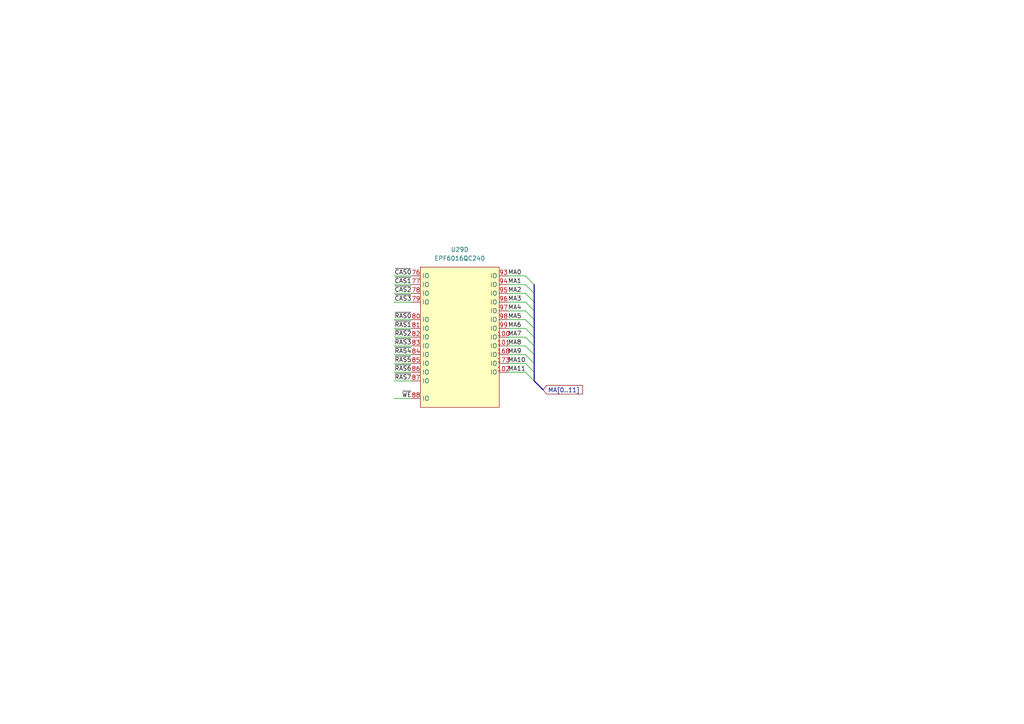
<source format=kicad_sch>
(kicad_sch (version 20231120) (generator "eeschema") (generator_version "8.0")
  (paper "A4")
  (lib_symbols
    (symbol "m68k-hbc-ic:EPF6016QC240"
      (property "Reference" "U" (at 0 60.96 0))
      (property "Value" "EPF6016QC240" (at 0 58.42 0))
      (symbol "EPF6016QC240_1_0"
        (pin power_in line (at 13.97 5.08 180) (length 2.54) (name "GND") (number "109"))
        (pin power_in line (at -13.97 -6.35 0) (length 2.54) (name "VCCIO") (number "110"))
        (pin power_in line (at -13.97 6.35 0) (length 2.54) (name "VCCIO") (number "12"))
        (pin power_in line (at 13.97 2.54 180) (length 2.54) (name "GND") (number "120"))
        (pin power_in line (at 13.97 0 180) (length 2.54) (name "GND") (number "129"))
        (pin power_in line (at -13.97 -8.89 0) (length 2.54) (name "VCCIO") (number "131"))
        (pin power_in line (at 13.97 -2.54 180) (length 2.54) (name "GND") (number "149"))
        (pin power_in line (at -13.97 -11.43 0) (length 2.54) (name "VCCIO") (number "151"))
        (pin power_in line (at 13.97 -5.08 180) (length 2.54) (name "GND") (number "169"))
        (pin power_in line (at -13.97 -13.97 0) (length 2.54) (name "VCCIO") (number "171"))
        (pin power_in line (at 13.97 -10.16 180) (length 2.54) (name "GND") (number "191"))
        (pin power_in line (at -13.97 -16.51 0) (length 2.54) (name "VCCIO") (number "192"))
        (pin power_in line (at 13.97 -15.24 180) (length 2.54) (name "GND") (number "229"))
        (pin power_in line (at -13.97 -21.59 0) (length 2.54) (name "VCCIO") (number "230"))
        (pin power_in line (at 13.97 17.78 180) (length 2.54) (name "GND") (number "29"))
        (pin power_in line (at -13.97 21.59 0) (length 2.54) (name "VCCINT") (number "30"))
        (pin power_in line (at -13.97 3.81 0) (length 2.54) (name "VCCIO") (number "31"))
        (pin power_in line (at 13.97 15.24 180) (length 2.54) (name "GND") (number "49"))
        (pin power_in line (at -13.97 19.05 0) (length 2.54) (name "VCCINT") (number "50"))
        (pin power_in line (at -13.97 1.27 0) (length 2.54) (name "VCCIO") (number "51"))
        (pin power_in line (at 13.97 12.7 180) (length 2.54) (name "GND") (number "61"))
        (pin power_in line (at 13.97 10.16 180) (length 2.54) (name "GND") (number "71"))
        (pin power_in line (at -13.97 -1.27 0) (length 2.54) (name "VCCIO") (number "72"))
      )
      (symbol "EPF6016QC240_1_1"
        (rectangle (start -11.43 26.67) (end 11.43 -24.13) (fill (type background)))
        (pin power_in line (at 13.97 20.32 180) (length 2.54) (name "GND") (number "10"))
        (pin power_in line (at -13.97 24.13 0) (length 2.54) (name "VCCINT") (number "11"))
        (pin power_in line (at -13.97 16.51 0) (length 2.54) (name "VCCINT") (number "130"))
        (pin power_in line (at -13.97 13.97 0) (length 2.54) (name "VCCINT") (number "150"))
        (pin power_in line (at -13.97 11.43 0) (length 2.54) (name "VCCINT") (number "170"))
        (pin power_in line (at 13.97 -7.62 180) (length 2.54) (name "GND") (number "181"))
        (pin power_in line (at 13.97 -12.7 180) (length 2.54) (name "GND") (number "210"))
        (pin power_in line (at -13.97 -19.05 0) (length 2.54) (name "VCCIO") (number "211"))
        (pin power_in line (at 13.97 -17.78 180) (length 2.54) (name "GND") (number "240"))
        (pin power_in line (at 13.97 7.62 180) (length 2.54) (name "GND") (number "90"))
        (pin power_in line (at -13.97 -3.81 0) (length 2.54) (name "VCCIO") (number "91"))
      )
      (symbol "EPF6016QC240_2_0"
        (pin output inverted (at 13.97 20.32 180) (length 2.54) (name "~{CEO}") (number "117"))
        (pin bidirectional line (at 13.97 -20.32 180) (length 2.54) (name "RDY/~{BUSY}") (number "161"))
        (pin input clock (at -13.97 15.24 0) (length 2.54) (name "CLKUSR") (number "166"))
        (pin bidirectional line (at -13.97 -20.32 0) (length 2.54) (name "CONF_DONE") (number "172"))
        (pin bidirectional inverted (at 13.97 0 180) (length 2.54) (name "~{CS}") (number "184"))
        (pin bidirectional inverted (at 13.97 -15.24 180) (length 2.54) (name "~{WS}") (number "195"))
        (pin bidirectional inverted (at 13.97 -17.78 180) (length 2.54) (name "~{RS}") (number "200"))
        (pin input line (at 13.97 12.7 180) (length 2.54) (name "TMS") (number "44"))
        (pin input line (at 13.97 10.16 180) (length 2.54) (name "TCK") (number "54"))
        (pin input inverted (at -13.97 20.32 0) (length 2.54) (name "~{CE}") (number "9"))
      )
      (symbol "EPF6016QC240_2_1"
        (rectangle (start -11.43 22.86) (end 11.43 -22.86) (fill (type background)))
        (pin output line (at 13.97 5.08 180) (length 2.54) (name "TDO") (number "124"))
        (pin bidirectional line (at -13.97 -17.78 0) (length 2.54) (name "INIT_DONE") (number "155"))
        (pin bidirectional line (at 13.97 -2.54 180) (length 2.54) (name "CS") (number "188"))
        (pin bidirectional line (at -13.97 7.62 0) (length 2.54) (name "DEV_OE") (number "205"))
        (pin input line (at 13.97 -12.7 180) (length 2.54) (name "DATA") (number "209"))
        (pin bidirectional clock (at 13.97 -10.16 180) (length 2.54) (name "DCLK") (number "212"))
        (pin bidirectional inverted (at -13.97 10.16 0) (length 2.54) (name "~{DEV_CLR}") (number "216"))
        (pin input line (at 13.97 7.62 180) (length 2.54) (name "TDI") (number "22"))
        (pin input line (at -13.97 2.54 0) (length 2.54) (name "MSEL") (number "52"))
        (pin bidirectional inverted (at 13.97 -5.08 180) (length 2.54) (name "~{CONFIG}") (number "89"))
        (pin bidirectional inverted (at 13.97 -7.62 180) (length 2.54) (name "~{STATUS}") (number "92"))
      )
      (symbol "EPF6016QC240_3_0"
        (pin bidirectional line (at -13.97 39.37 0) (length 2.54) (name "IO") (number "1"))
        (pin bidirectional line (at -13.97 19.05 0) (length 2.54) (name "IO") (number "13"))
        (pin bidirectional line (at -13.97 16.51 0) (length 2.54) (name "IO") (number "14"))
        (pin bidirectional line (at -13.97 13.97 0) (length 2.54) (name "IO") (number "15"))
        (pin bidirectional line (at -13.97 8.89 0) (length 2.54) (name "IO") (number "17"))
        (pin bidirectional line (at -13.97 6.35 0) (length 2.54) (name "IO") (number "18"))
        (pin bidirectional line (at -13.97 3.81 0) (length 2.54) (name "IO") (number "19"))
        (pin bidirectional line (at -13.97 -1.27 0) (length 2.54) (name "IO") (number "21"))
        (pin bidirectional line (at -13.97 -6.35 0) (length 2.54) (name "IO") (number "24"))
        (pin bidirectional line (at -13.97 -8.89 0) (length 2.54) (name "IO") (number "25"))
        (pin bidirectional line (at -13.97 -16.51 0) (length 2.54) (name "IO") (number "33"))
        (pin bidirectional line (at -13.97 -19.05 0) (length 2.54) (name "IO") (number "34"))
        (pin bidirectional line (at -13.97 -21.59 0) (length 2.54) (name "IO") (number "35"))
        (pin bidirectional line (at -13.97 -24.13 0) (length 2.54) (name "IO") (number "36"))
        (pin bidirectional line (at -13.97 -29.21 0) (length 2.54) (name "IO") (number "38"))
        (pin bidirectional line (at -13.97 -31.75 0) (length 2.54) (name "IO") (number "39"))
        (pin bidirectional line (at -13.97 -34.29 0) (length 2.54) (name "IO") (number "40"))
        (pin bidirectional line (at -13.97 -36.83 0) (length 2.54) (name "IO") (number "41"))
        (pin bidirectional line (at 13.97 19.05 180) (length 2.54) (name "IO") (number "43"))
        (pin bidirectional line (at 13.97 16.51 180) (length 2.54) (name "IO") (number "45"))
        (pin bidirectional line (at 13.97 13.97 180) (length 2.54) (name "IO") (number "46"))
        (pin bidirectional line (at 13.97 8.89 180) (length 2.54) (name "IO") (number "48"))
        (pin bidirectional line (at 13.97 6.35 180) (length 2.54) (name "IO") (number "53"))
        (pin bidirectional line (at 13.97 3.81 180) (length 2.54) (name "IO") (number "55"))
        (pin bidirectional line (at 13.97 1.27 180) (length 2.54) (name "IO") (number "56"))
        (pin bidirectional line (at -13.97 26.67 0) (length 2.54) (name "IO") (number "6"))
        (pin bidirectional line (at 13.97 36.83 180) (length 2.54) (name "IO") (number "62"))
        (pin bidirectional line (at 13.97 34.29 180) (length 2.54) (name "IO") (number "63"))
        (pin bidirectional line (at 13.97 31.75 180) (length 2.54) (name "IO") (number "64"))
        (pin bidirectional line (at 13.97 29.21 180) (length 2.54) (name "IO") (number "65"))
        (pin bidirectional line (at 13.97 26.67 180) (length 2.54) (name "IO") (number "66"))
        (pin bidirectional line (at 13.97 24.13 180) (length 2.54) (name "IO") (number "67"))
        (pin bidirectional line (at 13.97 21.59 180) (length 2.54) (name "IO") (number "68"))
        (pin bidirectional line (at -13.97 24.13 0) (length 2.54) (name "IO") (number "7"))
        (pin bidirectional line (at 13.97 -13.97 180) (length 2.54) (name "IO") (number "70"))
        (pin bidirectional line (at 13.97 -19.05 180) (length 2.54) (name "IO") (number "74"))
        (pin bidirectional line (at 13.97 -21.59 180) (length 2.54) (name "IO") (number "75"))
        (pin bidirectional line (at -13.97 21.59 0) (length 2.54) (name "IO") (number "8"))
      )
      (symbol "EPF6016QC240_3_1"
        (rectangle (start -11.43 41.91) (end 11.43 -41.91) (fill (type background)))
        (pin bidirectional line (at -13.97 11.43 0) (length 2.54) (name "IO") (number "16"))
        (pin bidirectional line (at -13.97 36.83 0) (length 2.54) (name "IO") (number "2"))
        (pin bidirectional line (at -13.97 1.27 0) (length 2.54) (name "IO") (number "20"))
        (pin bidirectional line (at -13.97 -3.81 0) (length 2.54) (name "IO") (number "23"))
        (pin bidirectional line (at -13.97 -11.43 0) (length 2.54) (name "IO") (number "26"))
        (pin bidirectional line (at -13.97 -13.97 0) (length 2.54) (name "IO") (number "27"))
        (pin bidirectional line (at -13.97 34.29 0) (length 2.54) (name "IO") (number "3"))
        (pin bidirectional line (at -13.97 -26.67 0) (length 2.54) (name "IO") (number "37"))
        (pin bidirectional line (at -13.97 31.75 0) (length 2.54) (name "IO") (number "4"))
        (pin bidirectional line (at -13.97 -39.37 0) (length 2.54) (name "IO") (number "42"))
        (pin bidirectional line (at 13.97 11.43 180) (length 2.54) (name "IO") (number "47"))
        (pin bidirectional line (at -13.97 29.21 0) (length 2.54) (name "IO") (number "5"))
        (pin bidirectional line (at 13.97 -3.81 180) (length 2.54) (name "IO") (number "57"))
        (pin bidirectional line (at 13.97 -6.35 180) (length 2.54) (name "IO") (number "58"))
        (pin bidirectional line (at 13.97 -8.89 180) (length 2.54) (name "IO") (number "59"))
        (pin bidirectional line (at 13.97 39.37 180) (length 2.54) (name "IO") (number "60"))
        (pin bidirectional line (at 13.97 -11.43 180) (length 2.54) (name "IO") (number "69"))
        (pin bidirectional line (at 13.97 -16.51 180) (length 2.54) (name "IO") (number "73"))
      )
      (symbol "EPF6016QC240_4_0"
        (pin bidirectional line (at 13.97 0 180) (length 2.54) (name "IO") (number "100"))
        (pin bidirectional line (at 13.97 -2.54 180) (length 2.54) (name "IO") (number "101"))
        (pin bidirectional line (at 13.97 -10.16 180) (length 2.54) (name "IO") (number "102"))
        (pin bidirectional line (at 13.97 -5.08 180) (length 2.54) (name "IO") (number "168"))
        (pin bidirectional line (at 13.97 -7.62 180) (length 2.54) (name "IO") (number "173"))
        (pin bidirectional line (at -13.97 12.7 0) (length 2.54) (name "IO") (number "78"))
        (pin bidirectional line (at -13.97 10.16 0) (length 2.54) (name "IO") (number "79"))
        (pin bidirectional line (at -13.97 5.08 0) (length 2.54) (name "IO") (number "80"))
        (pin bidirectional line (at -13.97 2.54 0) (length 2.54) (name "IO") (number "81"))
        (pin bidirectional line (at -13.97 0 0) (length 2.54) (name "IO") (number "82"))
        (pin bidirectional line (at -13.97 -2.54 0) (length 2.54) (name "IO") (number "83"))
        (pin bidirectional line (at -13.97 -5.08 0) (length 2.54) (name "IO") (number "84"))
        (pin bidirectional line (at -13.97 -10.16 0) (length 2.54) (name "IO") (number "86"))
        (pin bidirectional line (at -13.97 -12.7 0) (length 2.54) (name "IO") (number "87"))
        (pin bidirectional line (at -13.97 -17.78 0) (length 2.54) (name "IO") (number "88"))
        (pin bidirectional line (at 13.97 15.24 180) (length 2.54) (name "IO") (number "94"))
        (pin bidirectional line (at 13.97 12.7 180) (length 2.54) (name "IO") (number "95"))
        (pin bidirectional line (at 13.97 7.62 180) (length 2.54) (name "IO") (number "97"))
        (pin bidirectional line (at 13.97 5.08 180) (length 2.54) (name "IO") (number "98"))
        (pin bidirectional line (at 13.97 2.54 180) (length 2.54) (name "IO") (number "99"))
      )
      (symbol "EPF6016QC240_4_1"
        (rectangle (start -11.43 20.32) (end 11.43 -20.32) (fill (type background)))
        (pin bidirectional line (at -13.97 17.78 0) (length 2.54) (name "IO") (number "76"))
        (pin bidirectional line (at -13.97 15.24 0) (length 2.54) (name "IO") (number "77"))
        (pin bidirectional line (at -13.97 -7.62 0) (length 2.54) (name "IO") (number "85"))
        (pin bidirectional line (at 13.97 17.78 180) (length 2.54) (name "IO") (number "93"))
        (pin bidirectional line (at 13.97 10.16 180) (length 2.54) (name "IO") (number "96"))
      )
      (symbol "EPF6016QC240_5_0"
        (pin bidirectional line (at -13.97 15.24 0) (length 2.54) (name "IO") (number "103"))
        (pin bidirectional line (at -13.97 10.16 0) (length 2.54) (name "IO") (number "105"))
        (pin bidirectional line (at -13.97 7.62 0) (length 2.54) (name "IO") (number "106"))
        (pin bidirectional line (at -13.97 5.08 0) (length 2.54) (name "IO") (number "107"))
        (pin bidirectional line (at -13.97 2.54 0) (length 2.54) (name "IO") (number "108"))
        (pin bidirectional line (at -13.97 0 0) (length 2.54) (name "IO") (number "111"))
        (pin bidirectional line (at -13.97 -5.08 0) (length 2.54) (name "IO") (number "113"))
        (pin bidirectional line (at -13.97 -7.62 0) (length 2.54) (name "IO") (number "114"))
        (pin bidirectional line (at -13.97 -10.16 0) (length 2.54) (name "IO") (number "115"))
        (pin bidirectional line (at -13.97 -12.7 0) (length 2.54) (name "IO") (number "116"))
        (pin bidirectional line (at -13.97 -15.24 0) (length 2.54) (name "IO") (number "118"))
      )
      (symbol "EPF6016QC240_5_1"
        (rectangle (start -11.43 17.78) (end 11.43 -17.78) (fill (type background)))
        (pin bidirectional line (at -13.97 12.7 0) (length 2.54) (name "IO") (number "104"))
        (pin bidirectional line (at -13.97 -2.54 0) (length 2.54) (name "IO") (number "112"))
      )
      (symbol "EPF6016QC240_6_0"
        (pin bidirectional line (at 52.07 43.18 180) (length 2.54) (name "IO") (number "119"))
        (pin bidirectional line (at 52.07 30.48 180) (length 2.54) (name "IO") (number "126"))
        (pin bidirectional line (at 52.07 27.94 180) (length 2.54) (name "IO") (number "127"))
        (pin bidirectional line (at 52.07 25.4 180) (length 2.54) (name "IO") (number "128"))
        (pin bidirectional line (at 52.07 22.86 180) (length 2.54) (name "IO") (number "132"))
        (pin bidirectional line (at 52.07 20.32 180) (length 2.54) (name "IO") (number "133"))
        (pin bidirectional line (at 52.07 17.78 180) (length 2.54) (name "IO") (number "134"))
        (pin bidirectional line (at 52.07 12.7 180) (length 2.54) (name "IO") (number "136"))
        (pin bidirectional line (at 52.07 10.16 180) (length 2.54) (name "IO") (number "137"))
        (pin bidirectional line (at 52.07 7.62 180) (length 2.54) (name "IO") (number "138"))
        (pin bidirectional line (at 52.07 5.08 180) (length 2.54) (name "IO") (number "139"))
        (pin bidirectional line (at 52.07 0 180) (length 2.54) (name "IO") (number "141"))
        (pin bidirectional line (at 52.07 -2.54 180) (length 2.54) (name "IO") (number "142"))
        (pin bidirectional line (at 52.07 -5.08 180) (length 2.54) (name "IO") (number "143"))
        (pin bidirectional line (at 52.07 -7.62 180) (length 2.54) (name "IO") (number "144"))
        (pin bidirectional line (at 52.07 -12.7 180) (length 2.54) (name "IO") (number "146"))
        (pin bidirectional line (at 52.07 -15.24 180) (length 2.54) (name "IO") (number "147"))
        (pin input line (at 67.31 -64.77 180) (length 2.54) (name "I") (number "148"))
        (pin input line (at 67.31 -67.31 180) (length 2.54) (name "I") (number "152"))
        (pin bidirectional line (at 52.07 -17.78 180) (length 2.54) (name "IO") (number "153"))
        (pin bidirectional line (at 52.07 -20.32 180) (length 2.54) (name "IO") (number "154"))
        (pin bidirectional line (at 52.07 -22.86 180) (length 2.54) (name "IO") (number "156"))
        (pin bidirectional line (at 52.07 -25.4 180) (length 2.54) (name "IO") (number "157"))
        (pin bidirectional line (at 52.07 -27.94 180) (length 2.54) (name "IO") (number "158"))
        (pin bidirectional line (at 52.07 -35.56 180) (length 2.54) (name "IO") (number "162"))
        (pin bidirectional line (at 52.07 -38.1 180) (length 2.54) (name "IO") (number "163"))
        (pin bidirectional line (at 52.07 -40.64 180) (length 2.54) (name "IO") (number "164"))
        (pin bidirectional line (at 52.07 -45.72 180) (length 2.54) (name "IO") (number "167"))
        (pin bidirectional line (at 52.07 -48.26 180) (length 2.54) (name "IO") (number "174"))
        (pin bidirectional line (at 52.07 -50.8 180) (length 2.54) (name "IO") (number "175"))
        (pin bidirectional line (at 52.07 -76.2 180) (length 2.54) (name "IO") (number "187"))
        (pin bidirectional line (at 67.31 36.83 180) (length 2.54) (name "IO") (number "193"))
        (pin bidirectional line (at 67.31 34.29 180) (length 2.54) (name "IO") (number "194"))
        (pin bidirectional line (at 67.31 31.75 180) (length 2.54) (name "IO") (number "196"))
        (pin bidirectional line (at 67.31 26.67 180) (length 2.54) (name "IO") (number "198"))
        (pin bidirectional line (at 67.31 24.13 180) (length 2.54) (name "IO") (number "199"))
        (pin bidirectional line (at 67.31 21.59 180) (length 2.54) (name "IO") (number "201"))
        (pin bidirectional line (at 67.31 19.05 180) (length 2.54) (name "IO") (number "202"))
        (pin bidirectional line (at 67.31 16.51 180) (length 2.54) (name "IO") (number "203"))
        (pin bidirectional line (at 67.31 13.97 180) (length 2.54) (name "IO") (number "204"))
        (pin bidirectional line (at 67.31 11.43 180) (length 2.54) (name "IO") (number "206"))
        (pin bidirectional line (at 67.31 8.89 180) (length 2.54) (name "IO") (number "207"))
        (pin bidirectional line (at 67.31 6.35 180) (length 2.54) (name "IO") (number "208"))
        (pin bidirectional line (at 67.31 1.27 180) (length 2.54) (name "IO") (number "214"))
        (pin bidirectional line (at 67.31 -1.27 180) (length 2.54) (name "IO") (number "215"))
        (pin bidirectional line (at 67.31 -3.81 180) (length 2.54) (name "IO") (number "217"))
        (pin bidirectional line (at 67.31 -6.35 180) (length 2.54) (name "IO") (number "218"))
        (pin bidirectional line (at 67.31 -8.89 180) (length 2.54) (name "IO") (number "219"))
        (pin bidirectional line (at 67.31 -11.43 180) (length 2.54) (name "IO") (number "220"))
        (pin bidirectional line (at 67.31 -13.97 180) (length 2.54) (name "IO") (number "221"))
        (pin bidirectional line (at 67.31 -16.51 180) (length 2.54) (name "IO") (number "222"))
        (pin bidirectional line (at 67.31 -19.05 180) (length 2.54) (name "IO") (number "223"))
        (pin bidirectional line (at 67.31 -24.13 180) (length 2.54) (name "IO") (number "225"))
        (pin bidirectional line (at 67.31 -26.67 180) (length 2.54) (name "IO") (number "226"))
        (pin bidirectional line (at 67.31 -29.21 180) (length 2.54) (name "IO") (number "227"))
        (pin bidirectional line (at 67.31 -31.75 180) (length 2.54) (name "IO") (number "228"))
        (pin bidirectional line (at 67.31 -34.29 180) (length 2.54) (name "IO") (number "231"))
        (pin bidirectional line (at 67.31 -39.37 180) (length 2.54) (name "IO") (number "233"))
        (pin bidirectional line (at 67.31 -41.91 180) (length 2.54) (name "IO") (number "234"))
        (pin bidirectional line (at 67.31 -44.45 180) (length 2.54) (name "IO") (number "235"))
        (pin bidirectional line (at 67.31 -49.53 180) (length 2.54) (name "IO") (number "237"))
        (pin input line (at 67.31 -59.69 180) (length 2.54) (name "I") (number "28"))
      )
      (symbol "EPF6016QC240_6_1"
        (rectangle (start -11.43 26.67) (end 11.43 -24.13) (fill (type background)))
        (pin bidirectional line (at 52.07 40.64 180) (length 2.54) (name "IO") (number "121"))
        (pin bidirectional line (at 52.07 38.1 180) (length 2.54) (name "IO") (number "122"))
        (pin bidirectional line (at 52.07 35.56 180) (length 2.54) (name "IO") (number "123"))
        (pin bidirectional line (at 52.07 33.02 180) (length 2.54) (name "IO") (number "125"))
        (pin bidirectional line (at 52.07 15.24 180) (length 2.54) (name "IO") (number "135"))
        (pin bidirectional line (at 52.07 2.54 180) (length 2.54) (name "IO") (number "140"))
        (pin bidirectional line (at 52.07 -10.16 180) (length 2.54) (name "IO") (number "145"))
        (pin bidirectional line (at 52.07 -30.48 180) (length 2.54) (name "IO") (number "159"))
        (pin bidirectional line (at 52.07 -33.02 180) (length 2.54) (name "IO") (number "160"))
        (pin bidirectional line (at 52.07 -43.18 180) (length 2.54) (name "IO") (number "165"))
        (pin bidirectional line (at 52.07 -53.34 180) (length 2.54) (name "IO") (number "176"))
        (pin bidirectional line (at 52.07 -55.88 180) (length 2.54) (name "IO") (number "177"))
        (pin bidirectional line (at 52.07 -58.42 180) (length 2.54) (name "IO") (number "178"))
        (pin bidirectional line (at 52.07 -60.96 180) (length 2.54) (name "IO") (number "179"))
        (pin bidirectional line (at 52.07 -63.5 180) (length 2.54) (name "IO") (number "180"))
        (pin bidirectional line (at 52.07 -66.04 180) (length 2.54) (name "IO") (number "182"))
        (pin bidirectional line (at 52.07 -68.58 180) (length 2.54) (name "IO") (number "183"))
        (pin bidirectional line (at 52.07 -71.12 180) (length 2.54) (name "IO") (number "185"))
        (pin bidirectional line (at 52.07 -73.66 180) (length 2.54) (name "IO") (number "186"))
        (pin bidirectional line (at 67.31 41.91 180) (length 2.54) (name "IO") (number "189"))
        (pin bidirectional line (at 67.31 39.37 180) (length 2.54) (name "IO") (number "190"))
        (pin bidirectional line (at 67.31 29.21 180) (length 2.54) (name "IO") (number "197"))
        (pin bidirectional line (at 67.31 3.81 180) (length 2.54) (name "IO") (number "213"))
        (pin bidirectional line (at 67.31 -21.59 180) (length 2.54) (name "IO") (number "224"))
        (pin bidirectional line (at 67.31 -36.83 180) (length 2.54) (name "IO") (number "232"))
        (pin bidirectional line (at 67.31 -46.99 180) (length 2.54) (name "IO") (number "236"))
        (pin bidirectional line (at 67.31 -52.07 180) (length 2.54) (name "IO") (number "238"))
        (pin bidirectional line (at 67.31 -54.61 180) (length 2.54) (name "IO") (number "239"))
        (pin input line (at 67.31 -62.23 180) (length 2.54) (name "I") (number "32"))
      )
    )
  )
  (bus_entry (at 152.4 82.55) (size 2.54 2.54))
  (bus_entry (at 152.4 87.63) (size 2.54 2.54))
  (bus_entry (at 152.4 95.25) (size 2.54 2.54))
  (bus_entry (at 152.4 85.09) (size 2.54 2.54))
  (bus_entry (at 152.4 105.41) (size 2.54 2.54))
  (bus_entry (at 152.4 102.87) (size 2.54 2.54))
  (bus_entry (at 152.4 107.95) (size 2.54 2.54))
  (bus_entry (at 152.4 90.17) (size 2.54 2.54))
  (bus_entry (at 152.4 100.33) (size 2.54 2.54))
  (bus_entry (at 152.4 92.71) (size 2.54 2.54))
  (bus_entry (at 152.4 80.01) (size 2.54 2.54))
  (bus_entry (at 152.4 97.79) (size 2.54 2.54))
  (wire (pts (xy 114.3 100.33) (xy 119.38 100.33)))
  (wire (pts (xy 152.4 102.87) (xy 147.32 102.87)))
  (wire (pts (xy 114.3 87.63) (xy 119.38 87.63)))
  (wire (pts (xy 114.3 102.87) (xy 119.38 102.87)))
  (bus (pts (xy 154.94 87.63) (xy 154.94 90.17)))
  (wire (pts (xy 114.3 110.49) (xy 119.38 110.49)))
  (wire (pts (xy 152.4 82.55) (xy 147.32 82.55)))
  (wire (pts (xy 114.3 92.71) (xy 119.38 92.71)))
  (bus (pts (xy 154.94 85.09) (xy 154.94 87.63)))
  (wire (pts (xy 152.4 85.09) (xy 147.32 85.09)))
  (wire (pts (xy 152.4 90.17) (xy 147.32 90.17)))
  (bus (pts (xy 154.94 100.33) (xy 154.94 102.87)))
  (bus (pts (xy 154.94 90.17) (xy 154.94 92.71)))
  (bus (pts (xy 154.94 82.55) (xy 154.94 85.09)))
  (wire (pts (xy 152.4 92.71) (xy 147.32 92.71)))
  (wire (pts (xy 114.3 95.25) (xy 119.38 95.25)))
  (bus (pts (xy 154.94 105.41) (xy 154.94 107.95)))
  (wire (pts (xy 114.3 105.41) (xy 119.38 105.41)))
  (wire (pts (xy 114.3 80.01) (xy 119.38 80.01)))
  (bus (pts (xy 154.94 97.79) (xy 154.94 100.33)))
  (bus (pts (xy 154.94 92.71) (xy 154.94 95.25)))
  (wire (pts (xy 114.3 85.09) (xy 119.38 85.09)))
  (bus (pts (xy 154.94 95.25) (xy 154.94 97.79)))
  (wire (pts (xy 152.4 97.79) (xy 147.32 97.79)))
  (wire (pts (xy 152.4 100.33) (xy 147.32 100.33)))
  (bus (pts (xy 157.48 113.03) (xy 154.94 110.49)))
  (bus (pts (xy 154.94 107.95) (xy 154.94 110.49)))
  (wire (pts (xy 152.4 95.25) (xy 147.32 95.25)))
  (wire (pts (xy 152.4 107.95) (xy 147.32 107.95)))
  (wire (pts (xy 152.4 105.41) (xy 147.32 105.41)))
  (wire (pts (xy 152.4 80.01) (xy 147.32 80.01)))
  (wire (pts (xy 114.3 97.79) (xy 119.38 97.79)))
  (wire (pts (xy 114.3 107.95) (xy 119.38 107.95)))
  (bus (pts (xy 154.94 102.87) (xy 154.94 105.41)))
  (wire (pts (xy 114.3 115.57) (xy 119.38 115.57)))
  (wire (pts (xy 152.4 87.63) (xy 147.32 87.63)))
  (wire (pts (xy 114.3 82.55) (xy 119.38 82.55)))
  (label "MA4" (at 147.32 90.17 0))
  (label "MA1" (at 147.32 82.55 0))
  (label "~{CAS3}" (at 119.38 87.63 180))
  (label "MA10" (at 147.32 105.41 0))
  (label "~{CAS2}" (at 119.38 85.09 180))
  (label "~{RAS7}" (at 119.38 110.49 180))
  (label "MA3" (at 147.32 87.63 0))
  (label "MA11" (at 147.32 107.95 0))
  (label "~{CAS1}" (at 119.38 82.55 180))
  (label "~{RAS4}" (at 119.38 102.87 180))
  (label "MA2" (at 147.32 85.09 0))
  (label "MA7" (at 147.32 97.79 0))
  (label "~{RAS0}" (at 119.38 92.71 180))
  (label "MA6" (at 147.32 95.25 0))
  (label "~{RAS1}" (at 119.38 95.25 180))
  (label "~{CAS0}" (at 119.38 80.01 180))
  (label "MA5" (at 147.32 92.71 0))
  (label "~{WE}" (at 119.38 115.57 180))
  (label "~{RAS3}" (at 119.38 100.33 180))
  (label "~{RAS5}" (at 119.38 105.41 180))
  (label "~{RAS2}" (at 119.38 97.79 180))
  (label "MA9" (at 147.32 102.87 0))
  (label "~{RAS6}" (at 119.38 107.95 180))
  (label "MA8" (at 147.32 100.33 0))
  (label "MA0" (at 147.32 80.01 0))
  (global_label "MA[0..11]" (shape input) (at 157.48 113.03 0) (property "Intersheetrefs" "${INTERSHEET_REFS}" (effects (hide yes))))
  (symbol (lib_id "m68k-hbc-ic:EPF6016QC240") (at 133.35 97.79 0) (unit 4)
    (property "Reference" "U29" (at 133.35 72.39 0))
    (property "Value" "EPF6016QC240" (at 133.35 74.93 0))
    (property "Footprint" "Package_QFP:PQFP-240_32.1x32.1mm_P0.5mm" (effects (hide yes)))
  )
)
</source>
